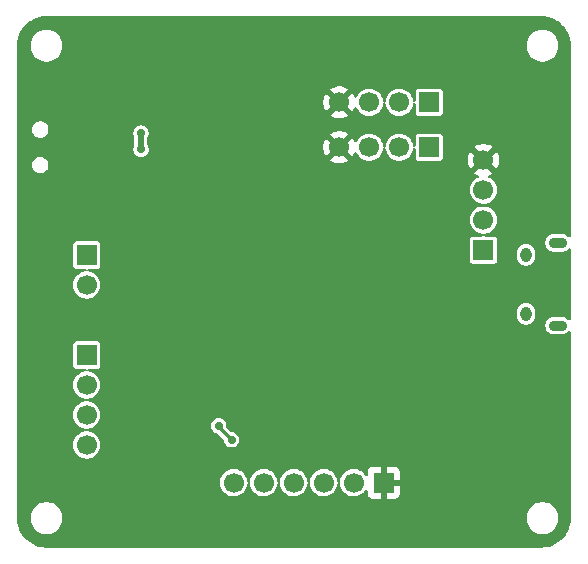
<source format=gbr>
%TF.GenerationSoftware,KiCad,Pcbnew,9.0.4-9.0.4-0~ubuntu22.04.1*%
%TF.CreationDate,2025-09-25T00:01:37-07:00*%
%TF.ProjectId,Tiny_Thinker,54696e79-5f54-4686-996e-6b65722e6b69,rev?*%
%TF.SameCoordinates,Original*%
%TF.FileFunction,Copper,L2,Bot*%
%TF.FilePolarity,Positive*%
%FSLAX46Y46*%
G04 Gerber Fmt 4.6, Leading zero omitted, Abs format (unit mm)*
G04 Created by KiCad (PCBNEW 9.0.4-9.0.4-0~ubuntu22.04.1) date 2025-09-25 00:01:37*
%MOMM*%
%LPD*%
G01*
G04 APERTURE LIST*
%TA.AperFunction,HeatsinkPad*%
%ADD10O,1.550000X0.890000*%
%TD*%
%TA.AperFunction,HeatsinkPad*%
%ADD11O,0.950000X1.250000*%
%TD*%
%TA.AperFunction,ComponentPad*%
%ADD12R,1.700000X1.700000*%
%TD*%
%TA.AperFunction,ComponentPad*%
%ADD13C,1.700000*%
%TD*%
%TA.AperFunction,ViaPad*%
%ADD14C,0.700000*%
%TD*%
%TA.AperFunction,Conductor*%
%ADD15C,0.300000*%
%TD*%
%TA.AperFunction,Conductor*%
%ADD16C,0.500000*%
%TD*%
G04 APERTURE END LIST*
D10*
%TO.P,J1,6,Shield*%
%TO.N,unconnected-(J1-Shield-Pad6)_4*%
X128300000Y-76700000D03*
D11*
%TO.N,unconnected-(J1-Shield-Pad6)_1*%
X125600000Y-77700000D03*
%TO.N,unconnected-(J1-Shield-Pad6)_6*%
X125600000Y-82700000D03*
D10*
%TO.N,unconnected-(J1-Shield-Pad6)_2*%
X128300000Y-83700000D03*
%TD*%
D12*
%TO.P,J5,1,Pin_1*%
%TO.N,GND*%
X113550000Y-97000000D03*
D13*
%TO.P,J5,2,Pin_2*%
%TO.N,/SPI1_MOSI*%
X111010000Y-97000000D03*
%TO.P,J5,3,Pin_3*%
%TO.N,/SPI1_MISO*%
X108470000Y-97000000D03*
%TO.P,J5,4,Pin_4*%
%TO.N,/SPI1_SCK*%
X105930000Y-97000000D03*
%TO.P,J5,5,Pin_5*%
%TO.N,/SPI1_NSS*%
X103390000Y-97000000D03*
%TO.P,J5,6,Pin_6*%
%TO.N,+3.3V*%
X100850000Y-97000000D03*
%TD*%
D12*
%TO.P,J7,1,Pin_1*%
%TO.N,/ADC_1*%
X88400000Y-77725000D03*
D13*
%TO.P,J7,2,Pin_2*%
%TO.N,/ADC_2*%
X88400000Y-80265000D03*
%TD*%
%TO.P,J3,4,Pin_4*%
%TO.N,GND*%
X109790000Y-64800000D03*
%TO.P,J3,3,Pin_3*%
%TO.N,/I2C1_SDA*%
X112330000Y-64800000D03*
%TO.P,J3,2,Pin_2*%
%TO.N,/I2C1_SCL*%
X114870000Y-64800000D03*
D12*
%TO.P,J3,1,Pin_1*%
%TO.N,+3.3V*%
X117410000Y-64800000D03*
%TD*%
%TO.P,J2,1,Pin_1*%
%TO.N,+3.3V*%
X122000000Y-77310000D03*
D13*
%TO.P,J2,2,Pin_2*%
%TO.N,/SWDIO*%
X122000000Y-74770000D03*
%TO.P,J2,3,Pin_3*%
%TO.N,/SWCLK*%
X122000000Y-72230000D03*
%TO.P,J2,4,Pin_4*%
%TO.N,GND*%
X122000000Y-69690000D03*
%TD*%
D12*
%TO.P,J4,1,Pin_1*%
%TO.N,+3.3V*%
X117410000Y-68600000D03*
D13*
%TO.P,J4,2,Pin_2*%
%TO.N,/I2C1_SCL*%
X114870000Y-68600000D03*
%TO.P,J4,3,Pin_3*%
%TO.N,/I2C1_SDA*%
X112330000Y-68600000D03*
%TO.P,J4,4,Pin_4*%
%TO.N,GND*%
X109790000Y-68600000D03*
%TD*%
D12*
%TO.P,J6,1,Pin_1*%
%TO.N,/PWM_1*%
X88400000Y-86190000D03*
D13*
%TO.P,J6,2,Pin_2*%
%TO.N,/PWM_2*%
X88400000Y-88730000D03*
%TO.P,J6,3,Pin_3*%
%TO.N,/PWM_3*%
X88400000Y-91270000D03*
%TO.P,J6,4,Pin_4*%
%TO.N,/PWM_4*%
X88400000Y-93810000D03*
%TD*%
D14*
%TO.N,GND*%
X124200000Y-78900000D03*
X99200000Y-84000000D03*
X97800000Y-80200000D03*
X96900000Y-77200000D03*
%TO.N,+3.3VA*%
X100665686Y-93365686D03*
X99584314Y-92184314D03*
%TO.N,GND*%
X98500000Y-89700000D03*
X98500000Y-88500000D03*
X92100000Y-80200000D03*
X95200000Y-77000000D03*
X106900000Y-72700000D03*
%TO.N,+3.3V*%
X93000000Y-68790000D03*
X93000000Y-67390000D03*
%TO.N,GND*%
X122900000Y-91200000D03*
X122000000Y-91200000D03*
X125300000Y-90000000D03*
X112700000Y-79000000D03*
X105800000Y-78300000D03*
X105258689Y-86612590D03*
X122300000Y-87600000D03*
X122300000Y-86600000D03*
X128600000Y-88200000D03*
X113600000Y-94200000D03*
X107300000Y-64800000D03*
X107500000Y-68600000D03*
X124400000Y-69690000D03*
X87900000Y-65700000D03*
X92700000Y-71900000D03*
X109400000Y-91800000D03*
X111750000Y-86400000D03*
X99900000Y-77720000D03*
%TD*%
D15*
%TO.N,+3.3VA*%
X99584314Y-92284314D02*
X100665686Y-93365686D01*
X99584314Y-92184314D02*
X99584314Y-92284314D01*
D16*
%TO.N,+3.3V*%
X93000000Y-68790000D02*
X93000000Y-67390000D01*
%TD*%
%TA.AperFunction,Conductor*%
%TO.N,GND*%
G36*
X126903736Y-57500726D02*
G01*
X127193796Y-57518271D01*
X127208659Y-57520076D01*
X127490798Y-57571780D01*
X127505335Y-57575363D01*
X127779172Y-57660695D01*
X127793163Y-57666000D01*
X128054743Y-57783727D01*
X128067989Y-57790680D01*
X128313465Y-57939075D01*
X128325776Y-57947573D01*
X128551573Y-58124473D01*
X128562781Y-58134403D01*
X128765596Y-58337218D01*
X128775526Y-58348426D01*
X128895481Y-58501538D01*
X128952422Y-58574217D01*
X128960926Y-58586537D01*
X129019091Y-58682753D01*
X129109316Y-58832004D01*
X129116275Y-58845263D01*
X129233997Y-59106831D01*
X129239306Y-59120832D01*
X129324635Y-59394663D01*
X129328219Y-59409201D01*
X129379923Y-59691340D01*
X129381728Y-59706205D01*
X129399274Y-59996263D01*
X129399500Y-60003750D01*
X129399500Y-76115841D01*
X129379815Y-76182880D01*
X129327011Y-76228635D01*
X129257853Y-76238579D01*
X129194297Y-76209554D01*
X129187819Y-76203522D01*
X129105231Y-76120934D01*
X129105227Y-76120931D01*
X128983133Y-76039350D01*
X128983124Y-76039345D01*
X128847454Y-75983149D01*
X128847446Y-75983147D01*
X128703429Y-75954500D01*
X128703425Y-75954500D01*
X127896575Y-75954500D01*
X127896570Y-75954500D01*
X127752553Y-75983147D01*
X127752545Y-75983149D01*
X127616875Y-76039345D01*
X127616866Y-76039350D01*
X127494772Y-76120931D01*
X127494768Y-76120934D01*
X127390934Y-76224768D01*
X127390931Y-76224772D01*
X127309350Y-76346866D01*
X127309345Y-76346875D01*
X127253149Y-76482545D01*
X127253147Y-76482553D01*
X127224500Y-76626570D01*
X127224500Y-76773429D01*
X127253147Y-76917446D01*
X127253149Y-76917454D01*
X127309345Y-77053124D01*
X127309350Y-77053133D01*
X127390931Y-77175227D01*
X127390934Y-77175231D01*
X127494768Y-77279065D01*
X127494772Y-77279068D01*
X127616866Y-77360649D01*
X127616872Y-77360652D01*
X127616873Y-77360653D01*
X127752546Y-77416851D01*
X127896570Y-77445499D01*
X127896574Y-77445500D01*
X127896575Y-77445500D01*
X128703426Y-77445500D01*
X128703427Y-77445499D01*
X128847454Y-77416851D01*
X128983127Y-77360653D01*
X129105228Y-77279068D01*
X129108983Y-77275313D01*
X129187819Y-77196478D01*
X129249142Y-77162993D01*
X129318834Y-77167977D01*
X129374767Y-77209849D01*
X129399184Y-77275313D01*
X129399500Y-77284159D01*
X129399500Y-83115841D01*
X129379815Y-83182880D01*
X129327011Y-83228635D01*
X129257853Y-83238579D01*
X129194297Y-83209554D01*
X129187819Y-83203522D01*
X129105231Y-83120934D01*
X129105227Y-83120931D01*
X128983133Y-83039350D01*
X128983124Y-83039345D01*
X128847454Y-82983149D01*
X128847446Y-82983147D01*
X128703429Y-82954500D01*
X128703425Y-82954500D01*
X127896575Y-82954500D01*
X127896570Y-82954500D01*
X127752553Y-82983147D01*
X127752545Y-82983149D01*
X127616875Y-83039345D01*
X127616866Y-83039350D01*
X127494772Y-83120931D01*
X127494768Y-83120934D01*
X127390934Y-83224768D01*
X127390931Y-83224772D01*
X127309350Y-83346866D01*
X127309345Y-83346875D01*
X127253149Y-83482545D01*
X127253147Y-83482553D01*
X127224500Y-83626570D01*
X127224500Y-83773429D01*
X127253147Y-83917446D01*
X127253149Y-83917454D01*
X127309345Y-84053124D01*
X127309350Y-84053133D01*
X127390931Y-84175227D01*
X127390934Y-84175231D01*
X127494768Y-84279065D01*
X127494772Y-84279068D01*
X127616866Y-84360649D01*
X127616872Y-84360652D01*
X127616873Y-84360653D01*
X127752546Y-84416851D01*
X127896570Y-84445499D01*
X127896574Y-84445500D01*
X127896575Y-84445500D01*
X128703426Y-84445500D01*
X128703427Y-84445499D01*
X128847454Y-84416851D01*
X128983127Y-84360653D01*
X129105228Y-84279068D01*
X129108983Y-84275313D01*
X129187819Y-84196478D01*
X129249142Y-84162993D01*
X129318834Y-84167977D01*
X129374767Y-84209849D01*
X129399184Y-84275313D01*
X129399500Y-84284159D01*
X129399500Y-99996249D01*
X129399274Y-100003736D01*
X129381728Y-100293794D01*
X129379923Y-100308659D01*
X129328219Y-100590798D01*
X129324635Y-100605336D01*
X129239306Y-100879167D01*
X129233997Y-100893168D01*
X129116275Y-101154736D01*
X129109316Y-101167995D01*
X128960928Y-101413459D01*
X128952422Y-101425782D01*
X128775526Y-101651573D01*
X128765596Y-101662781D01*
X128562781Y-101865596D01*
X128551573Y-101875526D01*
X128325782Y-102052422D01*
X128313459Y-102060928D01*
X128067995Y-102209316D01*
X128054736Y-102216275D01*
X127793168Y-102333997D01*
X127779167Y-102339306D01*
X127505336Y-102424635D01*
X127490798Y-102428219D01*
X127208659Y-102479923D01*
X127193794Y-102481728D01*
X126903736Y-102499274D01*
X126896249Y-102499500D01*
X85003751Y-102499500D01*
X84996264Y-102499274D01*
X84706205Y-102481728D01*
X84691340Y-102479923D01*
X84409201Y-102428219D01*
X84394663Y-102424635D01*
X84120832Y-102339306D01*
X84106831Y-102333997D01*
X83845263Y-102216275D01*
X83832004Y-102209316D01*
X83586540Y-102060928D01*
X83574217Y-102052422D01*
X83348426Y-101875526D01*
X83337218Y-101865596D01*
X83134403Y-101662781D01*
X83124473Y-101651573D01*
X82947573Y-101425776D01*
X82939075Y-101413465D01*
X82790680Y-101167989D01*
X82783727Y-101154743D01*
X82666000Y-100893163D01*
X82660693Y-100879167D01*
X82575364Y-100605336D01*
X82571780Y-100590798D01*
X82520076Y-100308659D01*
X82518271Y-100293794D01*
X82500726Y-100003736D01*
X82500500Y-99996249D01*
X82500500Y-99893713D01*
X83649500Y-99893713D01*
X83649500Y-100106286D01*
X83682753Y-100316239D01*
X83748444Y-100518414D01*
X83844951Y-100707820D01*
X83969890Y-100879786D01*
X84120213Y-101030109D01*
X84292179Y-101155048D01*
X84292181Y-101155049D01*
X84292184Y-101155051D01*
X84481588Y-101251557D01*
X84683757Y-101317246D01*
X84893713Y-101350500D01*
X84893714Y-101350500D01*
X85106286Y-101350500D01*
X85106287Y-101350500D01*
X85316243Y-101317246D01*
X85518412Y-101251557D01*
X85707816Y-101155051D01*
X85729789Y-101139086D01*
X85879786Y-101030109D01*
X85879788Y-101030106D01*
X85879792Y-101030104D01*
X86030104Y-100879792D01*
X86030106Y-100879788D01*
X86030109Y-100879786D01*
X86155048Y-100707820D01*
X86155047Y-100707820D01*
X86155051Y-100707816D01*
X86251557Y-100518412D01*
X86317246Y-100316243D01*
X86350500Y-100106287D01*
X86350500Y-99893713D01*
X125649500Y-99893713D01*
X125649500Y-100106286D01*
X125682753Y-100316239D01*
X125748444Y-100518414D01*
X125844951Y-100707820D01*
X125969890Y-100879786D01*
X126120213Y-101030109D01*
X126292179Y-101155048D01*
X126292181Y-101155049D01*
X126292184Y-101155051D01*
X126481588Y-101251557D01*
X126683757Y-101317246D01*
X126893713Y-101350500D01*
X126893714Y-101350500D01*
X127106286Y-101350500D01*
X127106287Y-101350500D01*
X127316243Y-101317246D01*
X127518412Y-101251557D01*
X127707816Y-101155051D01*
X127729789Y-101139086D01*
X127879786Y-101030109D01*
X127879788Y-101030106D01*
X127879792Y-101030104D01*
X128030104Y-100879792D01*
X128030106Y-100879788D01*
X128030109Y-100879786D01*
X128155048Y-100707820D01*
X128155047Y-100707820D01*
X128155051Y-100707816D01*
X128251557Y-100518412D01*
X128317246Y-100316243D01*
X128350500Y-100106287D01*
X128350500Y-99893713D01*
X128317246Y-99683757D01*
X128251557Y-99481588D01*
X128155051Y-99292184D01*
X128155049Y-99292181D01*
X128155048Y-99292179D01*
X128030109Y-99120213D01*
X127879786Y-98969890D01*
X127707820Y-98844951D01*
X127518414Y-98748444D01*
X127518413Y-98748443D01*
X127518412Y-98748443D01*
X127316243Y-98682754D01*
X127316241Y-98682753D01*
X127316240Y-98682753D01*
X127154957Y-98657208D01*
X127106287Y-98649500D01*
X126893713Y-98649500D01*
X126845042Y-98657208D01*
X126683760Y-98682753D01*
X126481585Y-98748444D01*
X126292179Y-98844951D01*
X126120213Y-98969890D01*
X125969890Y-99120213D01*
X125844951Y-99292179D01*
X125748444Y-99481585D01*
X125682753Y-99683760D01*
X125649500Y-99893713D01*
X86350500Y-99893713D01*
X86317246Y-99683757D01*
X86251557Y-99481588D01*
X86155051Y-99292184D01*
X86155049Y-99292181D01*
X86155048Y-99292179D01*
X86030109Y-99120213D01*
X85879786Y-98969890D01*
X85707820Y-98844951D01*
X85518414Y-98748444D01*
X85518413Y-98748443D01*
X85518412Y-98748443D01*
X85316243Y-98682754D01*
X85316241Y-98682753D01*
X85316240Y-98682753D01*
X85154957Y-98657208D01*
X85106287Y-98649500D01*
X84893713Y-98649500D01*
X84845042Y-98657208D01*
X84683760Y-98682753D01*
X84481585Y-98748444D01*
X84292179Y-98844951D01*
X84120213Y-98969890D01*
X83969890Y-99120213D01*
X83844951Y-99292179D01*
X83748444Y-99481585D01*
X83682753Y-99683760D01*
X83649500Y-99893713D01*
X82500500Y-99893713D01*
X82500500Y-96909448D01*
X99699500Y-96909448D01*
X99699500Y-97090551D01*
X99727829Y-97269410D01*
X99783787Y-97441636D01*
X99783788Y-97441639D01*
X99866006Y-97602997D01*
X99972441Y-97749494D01*
X99972445Y-97749499D01*
X100100500Y-97877554D01*
X100100505Y-97877558D01*
X100128427Y-97897844D01*
X100247006Y-97983996D01*
X100352484Y-98037740D01*
X100408360Y-98066211D01*
X100408363Y-98066212D01*
X100487997Y-98092086D01*
X100580591Y-98122171D01*
X100663429Y-98135291D01*
X100759449Y-98150500D01*
X100759454Y-98150500D01*
X100940551Y-98150500D01*
X101027259Y-98136765D01*
X101119409Y-98122171D01*
X101291639Y-98066211D01*
X101452994Y-97983996D01*
X101599501Y-97877553D01*
X101727553Y-97749501D01*
X101833996Y-97602994D01*
X101916211Y-97441639D01*
X101972171Y-97269409D01*
X101986422Y-97179425D01*
X101997527Y-97109321D01*
X102027456Y-97046186D01*
X102086768Y-97009255D01*
X102156630Y-97010253D01*
X102214863Y-97048863D01*
X102242473Y-97109321D01*
X102267829Y-97269410D01*
X102323787Y-97441636D01*
X102323788Y-97441639D01*
X102406006Y-97602997D01*
X102512441Y-97749494D01*
X102512445Y-97749499D01*
X102640500Y-97877554D01*
X102640505Y-97877558D01*
X102668427Y-97897844D01*
X102787006Y-97983996D01*
X102892484Y-98037740D01*
X102948360Y-98066211D01*
X102948363Y-98066212D01*
X103027997Y-98092086D01*
X103120591Y-98122171D01*
X103203429Y-98135291D01*
X103299449Y-98150500D01*
X103299454Y-98150500D01*
X103480551Y-98150500D01*
X103567259Y-98136765D01*
X103659409Y-98122171D01*
X103831639Y-98066211D01*
X103992994Y-97983996D01*
X104139501Y-97877553D01*
X104267553Y-97749501D01*
X104373996Y-97602994D01*
X104456211Y-97441639D01*
X104512171Y-97269409D01*
X104526422Y-97179425D01*
X104537527Y-97109321D01*
X104567456Y-97046186D01*
X104626768Y-97009255D01*
X104696630Y-97010253D01*
X104754863Y-97048863D01*
X104782473Y-97109321D01*
X104807829Y-97269410D01*
X104863787Y-97441636D01*
X104863788Y-97441639D01*
X104946006Y-97602997D01*
X105052441Y-97749494D01*
X105052445Y-97749499D01*
X105180500Y-97877554D01*
X105180505Y-97877558D01*
X105208427Y-97897844D01*
X105327006Y-97983996D01*
X105432484Y-98037740D01*
X105488360Y-98066211D01*
X105488363Y-98066212D01*
X105567997Y-98092086D01*
X105660591Y-98122171D01*
X105743429Y-98135291D01*
X105839449Y-98150500D01*
X105839454Y-98150500D01*
X106020551Y-98150500D01*
X106107259Y-98136765D01*
X106199409Y-98122171D01*
X106371639Y-98066211D01*
X106532994Y-97983996D01*
X106679501Y-97877553D01*
X106807553Y-97749501D01*
X106913996Y-97602994D01*
X106996211Y-97441639D01*
X107052171Y-97269409D01*
X107066422Y-97179425D01*
X107077527Y-97109321D01*
X107107456Y-97046186D01*
X107166768Y-97009255D01*
X107236630Y-97010253D01*
X107294863Y-97048863D01*
X107322473Y-97109321D01*
X107347829Y-97269410D01*
X107403787Y-97441636D01*
X107403788Y-97441639D01*
X107486006Y-97602997D01*
X107592441Y-97749494D01*
X107592445Y-97749499D01*
X107720500Y-97877554D01*
X107720505Y-97877558D01*
X107748427Y-97897844D01*
X107867006Y-97983996D01*
X107972484Y-98037740D01*
X108028360Y-98066211D01*
X108028363Y-98066212D01*
X108107997Y-98092086D01*
X108200591Y-98122171D01*
X108283429Y-98135291D01*
X108379449Y-98150500D01*
X108379454Y-98150500D01*
X108560551Y-98150500D01*
X108647259Y-98136765D01*
X108739409Y-98122171D01*
X108911639Y-98066211D01*
X109072994Y-97983996D01*
X109219501Y-97877553D01*
X109347553Y-97749501D01*
X109453996Y-97602994D01*
X109536211Y-97441639D01*
X109592171Y-97269409D01*
X109606422Y-97179425D01*
X109617527Y-97109321D01*
X109647456Y-97046186D01*
X109706768Y-97009255D01*
X109776630Y-97010253D01*
X109834863Y-97048863D01*
X109862473Y-97109321D01*
X109887829Y-97269410D01*
X109943787Y-97441636D01*
X109943788Y-97441639D01*
X110026006Y-97602997D01*
X110132441Y-97749494D01*
X110132445Y-97749499D01*
X110260500Y-97877554D01*
X110260505Y-97877558D01*
X110288427Y-97897844D01*
X110407006Y-97983996D01*
X110512484Y-98037740D01*
X110568360Y-98066211D01*
X110568363Y-98066212D01*
X110647997Y-98092086D01*
X110740591Y-98122171D01*
X110823429Y-98135291D01*
X110919449Y-98150500D01*
X110919454Y-98150500D01*
X111100551Y-98150500D01*
X111187259Y-98136765D01*
X111279409Y-98122171D01*
X111451639Y-98066211D01*
X111612994Y-97983996D01*
X111759501Y-97877553D01*
X111887553Y-97749501D01*
X111887555Y-97749497D01*
X111887558Y-97749495D01*
X111975682Y-97628202D01*
X112031011Y-97585536D01*
X112100625Y-97579557D01*
X112162420Y-97612162D01*
X112196777Y-97673001D01*
X112200000Y-97701087D01*
X112200000Y-97897844D01*
X112206401Y-97957372D01*
X112206403Y-97957379D01*
X112256645Y-98092086D01*
X112256649Y-98092093D01*
X112342809Y-98207187D01*
X112342812Y-98207190D01*
X112457906Y-98293350D01*
X112457913Y-98293354D01*
X112592620Y-98343596D01*
X112592627Y-98343598D01*
X112652155Y-98349999D01*
X112652172Y-98350000D01*
X113300000Y-98350000D01*
X113300000Y-97433012D01*
X113357007Y-97465925D01*
X113484174Y-97500000D01*
X113615826Y-97500000D01*
X113742993Y-97465925D01*
X113800000Y-97433012D01*
X113800000Y-98350000D01*
X114447828Y-98350000D01*
X114447844Y-98349999D01*
X114507372Y-98343598D01*
X114507379Y-98343596D01*
X114642086Y-98293354D01*
X114642093Y-98293350D01*
X114757187Y-98207190D01*
X114757190Y-98207187D01*
X114843350Y-98092093D01*
X114843354Y-98092086D01*
X114893596Y-97957379D01*
X114893598Y-97957372D01*
X114899999Y-97897844D01*
X114900000Y-97897827D01*
X114900000Y-97250000D01*
X113983012Y-97250000D01*
X114015925Y-97192993D01*
X114050000Y-97065826D01*
X114050000Y-96934174D01*
X114015925Y-96807007D01*
X113983012Y-96750000D01*
X114900000Y-96750000D01*
X114900000Y-96102172D01*
X114899999Y-96102155D01*
X114893598Y-96042627D01*
X114893596Y-96042620D01*
X114843354Y-95907913D01*
X114843350Y-95907906D01*
X114757190Y-95792812D01*
X114757187Y-95792809D01*
X114642093Y-95706649D01*
X114642086Y-95706645D01*
X114507379Y-95656403D01*
X114507372Y-95656401D01*
X114447844Y-95650000D01*
X113800000Y-95650000D01*
X113800000Y-96566988D01*
X113742993Y-96534075D01*
X113615826Y-96500000D01*
X113484174Y-96500000D01*
X113357007Y-96534075D01*
X113300000Y-96566988D01*
X113300000Y-95650000D01*
X112652155Y-95650000D01*
X112592627Y-95656401D01*
X112592620Y-95656403D01*
X112457913Y-95706645D01*
X112457906Y-95706649D01*
X112342812Y-95792809D01*
X112342809Y-95792812D01*
X112256649Y-95907906D01*
X112256645Y-95907913D01*
X112206403Y-96042620D01*
X112206401Y-96042627D01*
X112200000Y-96102155D01*
X112200000Y-96298912D01*
X112180315Y-96365951D01*
X112127511Y-96411706D01*
X112058353Y-96421650D01*
X111994797Y-96392625D01*
X111975682Y-96371797D01*
X111887558Y-96250505D01*
X111887554Y-96250500D01*
X111759499Y-96122445D01*
X111759494Y-96122441D01*
X111612997Y-96016006D01*
X111612996Y-96016005D01*
X111612994Y-96016004D01*
X111561300Y-95989664D01*
X111451639Y-95933788D01*
X111451636Y-95933787D01*
X111279410Y-95877829D01*
X111100551Y-95849500D01*
X111100546Y-95849500D01*
X110919454Y-95849500D01*
X110919449Y-95849500D01*
X110740589Y-95877829D01*
X110568363Y-95933787D01*
X110568360Y-95933788D01*
X110407002Y-96016006D01*
X110260505Y-96122441D01*
X110260500Y-96122445D01*
X110132445Y-96250500D01*
X110132441Y-96250505D01*
X110026006Y-96397002D01*
X109943788Y-96558360D01*
X109943787Y-96558363D01*
X109887829Y-96730589D01*
X109862473Y-96890678D01*
X109832544Y-96953813D01*
X109773232Y-96990744D01*
X109703369Y-96989746D01*
X109645137Y-96951136D01*
X109617527Y-96890678D01*
X109595245Y-96750000D01*
X109592171Y-96730591D01*
X109536211Y-96558361D01*
X109536211Y-96558360D01*
X109506474Y-96500000D01*
X109453996Y-96397006D01*
X109382727Y-96298912D01*
X109347558Y-96250505D01*
X109347554Y-96250500D01*
X109219499Y-96122445D01*
X109219494Y-96122441D01*
X109072997Y-96016006D01*
X109072996Y-96016005D01*
X109072994Y-96016004D01*
X109021300Y-95989664D01*
X108911639Y-95933788D01*
X108911636Y-95933787D01*
X108739410Y-95877829D01*
X108560551Y-95849500D01*
X108560546Y-95849500D01*
X108379454Y-95849500D01*
X108379449Y-95849500D01*
X108200589Y-95877829D01*
X108028363Y-95933787D01*
X108028360Y-95933788D01*
X107867002Y-96016006D01*
X107720505Y-96122441D01*
X107720500Y-96122445D01*
X107592445Y-96250500D01*
X107592441Y-96250505D01*
X107486006Y-96397002D01*
X107403788Y-96558360D01*
X107403787Y-96558363D01*
X107347829Y-96730589D01*
X107322473Y-96890678D01*
X107292544Y-96953813D01*
X107233232Y-96990744D01*
X107163369Y-96989746D01*
X107105137Y-96951136D01*
X107077527Y-96890678D01*
X107055245Y-96750000D01*
X107052171Y-96730591D01*
X106996211Y-96558361D01*
X106996211Y-96558360D01*
X106966474Y-96500000D01*
X106913996Y-96397006D01*
X106842727Y-96298912D01*
X106807558Y-96250505D01*
X106807554Y-96250500D01*
X106679499Y-96122445D01*
X106679494Y-96122441D01*
X106532997Y-96016006D01*
X106532996Y-96016005D01*
X106532994Y-96016004D01*
X106481300Y-95989664D01*
X106371639Y-95933788D01*
X106371636Y-95933787D01*
X106199410Y-95877829D01*
X106020551Y-95849500D01*
X106020546Y-95849500D01*
X105839454Y-95849500D01*
X105839449Y-95849500D01*
X105660589Y-95877829D01*
X105488363Y-95933787D01*
X105488360Y-95933788D01*
X105327002Y-96016006D01*
X105180505Y-96122441D01*
X105180500Y-96122445D01*
X105052445Y-96250500D01*
X105052441Y-96250505D01*
X104946006Y-96397002D01*
X104863788Y-96558360D01*
X104863787Y-96558363D01*
X104807829Y-96730589D01*
X104782473Y-96890678D01*
X104752544Y-96953813D01*
X104693232Y-96990744D01*
X104623369Y-96989746D01*
X104565137Y-96951136D01*
X104537527Y-96890678D01*
X104515245Y-96750000D01*
X104512171Y-96730591D01*
X104456211Y-96558361D01*
X104456211Y-96558360D01*
X104426474Y-96500000D01*
X104373996Y-96397006D01*
X104302727Y-96298912D01*
X104267558Y-96250505D01*
X104267554Y-96250500D01*
X104139499Y-96122445D01*
X104139494Y-96122441D01*
X103992997Y-96016006D01*
X103992996Y-96016005D01*
X103992994Y-96016004D01*
X103941300Y-95989664D01*
X103831639Y-95933788D01*
X103831636Y-95933787D01*
X103659410Y-95877829D01*
X103480551Y-95849500D01*
X103480546Y-95849500D01*
X103299454Y-95849500D01*
X103299449Y-95849500D01*
X103120589Y-95877829D01*
X102948363Y-95933787D01*
X102948360Y-95933788D01*
X102787002Y-96016006D01*
X102640505Y-96122441D01*
X102640500Y-96122445D01*
X102512445Y-96250500D01*
X102512441Y-96250505D01*
X102406006Y-96397002D01*
X102323788Y-96558360D01*
X102323787Y-96558363D01*
X102267829Y-96730589D01*
X102242473Y-96890678D01*
X102212544Y-96953813D01*
X102153232Y-96990744D01*
X102083369Y-96989746D01*
X102025137Y-96951136D01*
X101997527Y-96890678D01*
X101975245Y-96750000D01*
X101972171Y-96730591D01*
X101916211Y-96558361D01*
X101916211Y-96558360D01*
X101886474Y-96500000D01*
X101833996Y-96397006D01*
X101762727Y-96298912D01*
X101727558Y-96250505D01*
X101727554Y-96250500D01*
X101599499Y-96122445D01*
X101599494Y-96122441D01*
X101452997Y-96016006D01*
X101452996Y-96016005D01*
X101452994Y-96016004D01*
X101401300Y-95989664D01*
X101291639Y-95933788D01*
X101291636Y-95933787D01*
X101119410Y-95877829D01*
X100940551Y-95849500D01*
X100940546Y-95849500D01*
X100759454Y-95849500D01*
X100759449Y-95849500D01*
X100580589Y-95877829D01*
X100408363Y-95933787D01*
X100408360Y-95933788D01*
X100247002Y-96016006D01*
X100100505Y-96122441D01*
X100100500Y-96122445D01*
X99972445Y-96250500D01*
X99972441Y-96250505D01*
X99866006Y-96397002D01*
X99783788Y-96558360D01*
X99783787Y-96558363D01*
X99727829Y-96730589D01*
X99699500Y-96909448D01*
X82500500Y-96909448D01*
X82500500Y-85295131D01*
X87249500Y-85295131D01*
X87249500Y-87084856D01*
X87249502Y-87084882D01*
X87252413Y-87109987D01*
X87252415Y-87109991D01*
X87297793Y-87212764D01*
X87297794Y-87212765D01*
X87377235Y-87292206D01*
X87480009Y-87337585D01*
X87505135Y-87340500D01*
X88242873Y-87340499D01*
X88309910Y-87360183D01*
X88355665Y-87412987D01*
X88365609Y-87482146D01*
X88336584Y-87545702D01*
X88277806Y-87583476D01*
X88262270Y-87586972D01*
X88130589Y-87607829D01*
X87958363Y-87663787D01*
X87958360Y-87663788D01*
X87797002Y-87746006D01*
X87650505Y-87852441D01*
X87650500Y-87852445D01*
X87522445Y-87980500D01*
X87522441Y-87980505D01*
X87416006Y-88127002D01*
X87333788Y-88288360D01*
X87333787Y-88288363D01*
X87277829Y-88460589D01*
X87249500Y-88639448D01*
X87249500Y-88820551D01*
X87277829Y-88999410D01*
X87333787Y-89171636D01*
X87333788Y-89171639D01*
X87416006Y-89332997D01*
X87522441Y-89479494D01*
X87522445Y-89479499D01*
X87650500Y-89607554D01*
X87650505Y-89607558D01*
X87778287Y-89700396D01*
X87797006Y-89713996D01*
X87902484Y-89767740D01*
X87958360Y-89796211D01*
X87958363Y-89796212D01*
X88044476Y-89824191D01*
X88130591Y-89852171D01*
X88203639Y-89863740D01*
X88290678Y-89877527D01*
X88353813Y-89907456D01*
X88390744Y-89966768D01*
X88389746Y-90036631D01*
X88351136Y-90094863D01*
X88290678Y-90122473D01*
X88130589Y-90147829D01*
X87958363Y-90203787D01*
X87958360Y-90203788D01*
X87797002Y-90286006D01*
X87650505Y-90392441D01*
X87650500Y-90392445D01*
X87522445Y-90520500D01*
X87522441Y-90520505D01*
X87416006Y-90667002D01*
X87333788Y-90828360D01*
X87333787Y-90828363D01*
X87277829Y-91000589D01*
X87249500Y-91179448D01*
X87249500Y-91360551D01*
X87277829Y-91539410D01*
X87333787Y-91711636D01*
X87333788Y-91711639D01*
X87416006Y-91872997D01*
X87522441Y-92019494D01*
X87522445Y-92019499D01*
X87650500Y-92147554D01*
X87650505Y-92147558D01*
X87778287Y-92240396D01*
X87797006Y-92253996D01*
X87902484Y-92307740D01*
X87958360Y-92336211D01*
X87958363Y-92336212D01*
X88044476Y-92364191D01*
X88130591Y-92392171D01*
X88203639Y-92403740D01*
X88290678Y-92417527D01*
X88353813Y-92447456D01*
X88390744Y-92506768D01*
X88389746Y-92576631D01*
X88351136Y-92634863D01*
X88290678Y-92662473D01*
X88130589Y-92687829D01*
X87958363Y-92743787D01*
X87958360Y-92743788D01*
X87797002Y-92826006D01*
X87650505Y-92932441D01*
X87650500Y-92932445D01*
X87522445Y-93060500D01*
X87522441Y-93060505D01*
X87416006Y-93207002D01*
X87333788Y-93368360D01*
X87333787Y-93368363D01*
X87277829Y-93540589D01*
X87249500Y-93719448D01*
X87249500Y-93900551D01*
X87277829Y-94079410D01*
X87333787Y-94251636D01*
X87333788Y-94251639D01*
X87416006Y-94412997D01*
X87522441Y-94559494D01*
X87522445Y-94559499D01*
X87650500Y-94687554D01*
X87650505Y-94687558D01*
X87778287Y-94780396D01*
X87797006Y-94793996D01*
X87902484Y-94847740D01*
X87958360Y-94876211D01*
X87958363Y-94876212D01*
X88044476Y-94904191D01*
X88130591Y-94932171D01*
X88213429Y-94945291D01*
X88309449Y-94960500D01*
X88309454Y-94960500D01*
X88490551Y-94960500D01*
X88577259Y-94946765D01*
X88669409Y-94932171D01*
X88841639Y-94876211D01*
X89002994Y-94793996D01*
X89149501Y-94687553D01*
X89277553Y-94559501D01*
X89383996Y-94412994D01*
X89466211Y-94251639D01*
X89522171Y-94079409D01*
X89536765Y-93987259D01*
X89550500Y-93900551D01*
X89550500Y-93719448D01*
X89524520Y-93555424D01*
X89522171Y-93540591D01*
X89494191Y-93454476D01*
X89466212Y-93368363D01*
X89466211Y-93368360D01*
X89432201Y-93301614D01*
X89383996Y-93207006D01*
X89361426Y-93175941D01*
X89277558Y-93060505D01*
X89277554Y-93060500D01*
X89149499Y-92932445D01*
X89149494Y-92932441D01*
X89002997Y-92826006D01*
X89002996Y-92826005D01*
X89002994Y-92826004D01*
X88930800Y-92789219D01*
X88841639Y-92743788D01*
X88841636Y-92743787D01*
X88669410Y-92687829D01*
X88509321Y-92662473D01*
X88446186Y-92632544D01*
X88409255Y-92573232D01*
X88410253Y-92503370D01*
X88448863Y-92445137D01*
X88509321Y-92417527D01*
X88579425Y-92406422D01*
X88669409Y-92392171D01*
X88841639Y-92336211D01*
X89002994Y-92253996D01*
X89010717Y-92248385D01*
X98933813Y-92248385D01*
X98958811Y-92374052D01*
X98958813Y-92374058D01*
X99007847Y-92492438D01*
X99007852Y-92492447D01*
X99079037Y-92598982D01*
X99079040Y-92598986D01*
X99169641Y-92689587D01*
X99169645Y-92689590D01*
X99276180Y-92760775D01*
X99276186Y-92760778D01*
X99276187Y-92760779D01*
X99394570Y-92809815D01*
X99455224Y-92821880D01*
X99517132Y-92854263D01*
X99518712Y-92855815D01*
X99978867Y-93315970D01*
X100012352Y-93377293D01*
X100015186Y-93403651D01*
X100015186Y-93429755D01*
X100015186Y-93429757D01*
X100015185Y-93429757D01*
X100040183Y-93555424D01*
X100040185Y-93555430D01*
X100089219Y-93673810D01*
X100089224Y-93673819D01*
X100160409Y-93780354D01*
X100160412Y-93780358D01*
X100251013Y-93870959D01*
X100251017Y-93870962D01*
X100357552Y-93942147D01*
X100357558Y-93942150D01*
X100357559Y-93942151D01*
X100475942Y-93991187D01*
X100475946Y-93991187D01*
X100475947Y-93991188D01*
X100601614Y-94016186D01*
X100601617Y-94016186D01*
X100729757Y-94016186D01*
X100814301Y-93999368D01*
X100855430Y-93991187D01*
X100973813Y-93942151D01*
X101080355Y-93870962D01*
X101170962Y-93780355D01*
X101242151Y-93673813D01*
X101291187Y-93555430D01*
X101316186Y-93429755D01*
X101316186Y-93301617D01*
X101316186Y-93301614D01*
X101291188Y-93175947D01*
X101291187Y-93175946D01*
X101291187Y-93175942D01*
X101242151Y-93057559D01*
X101242150Y-93057558D01*
X101242147Y-93057552D01*
X101170962Y-92951017D01*
X101170959Y-92951013D01*
X101080358Y-92860412D01*
X101080354Y-92860409D01*
X100973819Y-92789224D01*
X100973810Y-92789219D01*
X100855430Y-92740185D01*
X100855424Y-92740183D01*
X100729757Y-92715186D01*
X100729755Y-92715186D01*
X100703651Y-92715186D01*
X100636612Y-92695501D01*
X100615970Y-92678867D01*
X100271133Y-92334030D01*
X100237648Y-92272707D01*
X100234814Y-92246349D01*
X100234814Y-92120242D01*
X100209816Y-91994575D01*
X100209815Y-91994574D01*
X100209815Y-91994570D01*
X100160779Y-91876187D01*
X100160778Y-91876186D01*
X100160775Y-91876180D01*
X100089590Y-91769645D01*
X100089587Y-91769641D01*
X99998986Y-91679040D01*
X99998982Y-91679037D01*
X99892447Y-91607852D01*
X99892438Y-91607847D01*
X99774058Y-91558813D01*
X99774052Y-91558811D01*
X99648385Y-91533814D01*
X99648383Y-91533814D01*
X99520245Y-91533814D01*
X99520243Y-91533814D01*
X99394575Y-91558811D01*
X99394569Y-91558813D01*
X99276189Y-91607847D01*
X99276180Y-91607852D01*
X99169645Y-91679037D01*
X99169641Y-91679040D01*
X99079040Y-91769641D01*
X99079037Y-91769645D01*
X99007852Y-91876180D01*
X99007847Y-91876189D01*
X98958813Y-91994569D01*
X98958811Y-91994575D01*
X98933814Y-92120242D01*
X98933814Y-92120245D01*
X98933814Y-92248383D01*
X98933814Y-92248385D01*
X98933813Y-92248385D01*
X89010717Y-92248385D01*
X89149501Y-92147553D01*
X89277553Y-92019501D01*
X89383996Y-91872994D01*
X89466211Y-91711639D01*
X89522171Y-91539409D01*
X89536765Y-91447259D01*
X89550500Y-91360551D01*
X89550500Y-91179448D01*
X89534019Y-91075397D01*
X89522171Y-91000591D01*
X89466211Y-90828361D01*
X89466211Y-90828360D01*
X89437740Y-90772484D01*
X89383996Y-90667006D01*
X89370396Y-90648287D01*
X89277558Y-90520505D01*
X89277554Y-90520500D01*
X89149499Y-90392445D01*
X89149494Y-90392441D01*
X89002997Y-90286006D01*
X89002996Y-90286005D01*
X89002994Y-90286004D01*
X88951300Y-90259664D01*
X88841639Y-90203788D01*
X88841636Y-90203787D01*
X88669410Y-90147829D01*
X88509321Y-90122473D01*
X88446186Y-90092544D01*
X88409255Y-90033232D01*
X88410253Y-89963370D01*
X88448863Y-89905137D01*
X88509321Y-89877527D01*
X88579425Y-89866422D01*
X88669409Y-89852171D01*
X88841639Y-89796211D01*
X89002994Y-89713996D01*
X89149501Y-89607553D01*
X89277553Y-89479501D01*
X89383996Y-89332994D01*
X89466211Y-89171639D01*
X89522171Y-88999409D01*
X89536765Y-88907259D01*
X89550500Y-88820551D01*
X89550500Y-88639448D01*
X89534019Y-88535397D01*
X89522171Y-88460591D01*
X89466211Y-88288361D01*
X89466211Y-88288360D01*
X89437740Y-88232484D01*
X89383996Y-88127006D01*
X89370396Y-88108287D01*
X89277558Y-87980505D01*
X89277554Y-87980500D01*
X89149499Y-87852445D01*
X89149494Y-87852441D01*
X89002997Y-87746006D01*
X89002996Y-87746005D01*
X89002994Y-87746004D01*
X88951300Y-87719664D01*
X88841639Y-87663788D01*
X88841636Y-87663787D01*
X88669410Y-87607829D01*
X88537728Y-87586972D01*
X88474594Y-87557042D01*
X88437663Y-87497731D01*
X88438661Y-87427868D01*
X88477271Y-87369636D01*
X88541235Y-87341522D01*
X88557120Y-87340499D01*
X89294864Y-87340499D01*
X89294879Y-87340497D01*
X89294882Y-87340497D01*
X89319987Y-87337586D01*
X89319988Y-87337585D01*
X89319991Y-87337585D01*
X89422765Y-87292206D01*
X89502206Y-87212765D01*
X89547585Y-87109991D01*
X89550500Y-87084865D01*
X89550499Y-85295136D01*
X89550497Y-85295117D01*
X89547586Y-85270012D01*
X89547585Y-85270010D01*
X89547585Y-85270009D01*
X89502206Y-85167235D01*
X89422765Y-85087794D01*
X89422763Y-85087793D01*
X89319992Y-85042415D01*
X89294865Y-85039500D01*
X87505143Y-85039500D01*
X87505117Y-85039502D01*
X87480012Y-85042413D01*
X87480008Y-85042415D01*
X87377235Y-85087793D01*
X87297794Y-85167234D01*
X87252415Y-85270006D01*
X87252415Y-85270008D01*
X87249500Y-85295131D01*
X82500500Y-85295131D01*
X82500500Y-82473615D01*
X124824500Y-82473615D01*
X124824500Y-82926384D01*
X124854300Y-83076197D01*
X124854302Y-83076205D01*
X124912759Y-83217334D01*
X124912764Y-83217343D01*
X124997629Y-83344351D01*
X124997632Y-83344355D01*
X125105644Y-83452367D01*
X125105648Y-83452370D01*
X125232656Y-83537235D01*
X125232662Y-83537238D01*
X125232663Y-83537239D01*
X125373795Y-83595698D01*
X125523615Y-83625499D01*
X125523619Y-83625500D01*
X125523620Y-83625500D01*
X125676381Y-83625500D01*
X125676382Y-83625499D01*
X125826205Y-83595698D01*
X125967337Y-83537239D01*
X126094352Y-83452370D01*
X126202370Y-83344352D01*
X126287239Y-83217337D01*
X126345698Y-83076205D01*
X126375500Y-82926380D01*
X126375500Y-82473620D01*
X126345698Y-82323795D01*
X126287239Y-82182663D01*
X126287238Y-82182662D01*
X126287235Y-82182656D01*
X126202370Y-82055648D01*
X126202367Y-82055644D01*
X126094355Y-81947632D01*
X126094351Y-81947629D01*
X125967343Y-81862764D01*
X125967334Y-81862759D01*
X125826205Y-81804302D01*
X125826197Y-81804300D01*
X125676384Y-81774500D01*
X125676380Y-81774500D01*
X125523620Y-81774500D01*
X125523615Y-81774500D01*
X125373802Y-81804300D01*
X125373794Y-81804302D01*
X125232665Y-81862759D01*
X125232656Y-81862764D01*
X125105648Y-81947629D01*
X125105644Y-81947632D01*
X124997632Y-82055644D01*
X124997629Y-82055648D01*
X124912764Y-82182656D01*
X124912759Y-82182665D01*
X124854302Y-82323794D01*
X124854300Y-82323802D01*
X124824500Y-82473615D01*
X82500500Y-82473615D01*
X82500500Y-76830131D01*
X87249500Y-76830131D01*
X87249500Y-78619856D01*
X87249502Y-78619882D01*
X87252413Y-78644987D01*
X87252415Y-78644991D01*
X87297793Y-78747764D01*
X87297794Y-78747765D01*
X87377235Y-78827206D01*
X87480009Y-78872585D01*
X87505135Y-78875500D01*
X88242873Y-78875499D01*
X88309910Y-78895183D01*
X88355665Y-78947987D01*
X88365609Y-79017146D01*
X88336584Y-79080702D01*
X88277806Y-79118476D01*
X88262270Y-79121972D01*
X88130589Y-79142829D01*
X87958363Y-79198787D01*
X87958360Y-79198788D01*
X87797002Y-79281006D01*
X87650505Y-79387441D01*
X87650500Y-79387445D01*
X87522445Y-79515500D01*
X87522441Y-79515505D01*
X87416006Y-79662002D01*
X87333788Y-79823360D01*
X87333787Y-79823363D01*
X87277829Y-79995589D01*
X87249500Y-80174448D01*
X87249500Y-80355551D01*
X87277829Y-80534410D01*
X87333787Y-80706636D01*
X87333788Y-80706639D01*
X87416006Y-80867997D01*
X87522441Y-81014494D01*
X87522445Y-81014499D01*
X87650500Y-81142554D01*
X87650505Y-81142558D01*
X87778287Y-81235396D01*
X87797006Y-81248996D01*
X87902484Y-81302740D01*
X87958360Y-81331211D01*
X87958363Y-81331212D01*
X88044476Y-81359191D01*
X88130591Y-81387171D01*
X88213429Y-81400291D01*
X88309449Y-81415500D01*
X88309454Y-81415500D01*
X88490551Y-81415500D01*
X88577259Y-81401765D01*
X88669409Y-81387171D01*
X88841639Y-81331211D01*
X89002994Y-81248996D01*
X89149501Y-81142553D01*
X89277553Y-81014501D01*
X89383996Y-80867994D01*
X89466211Y-80706639D01*
X89522171Y-80534409D01*
X89536765Y-80442259D01*
X89550500Y-80355551D01*
X89550500Y-80174448D01*
X89534019Y-80070397D01*
X89522171Y-79995591D01*
X89466211Y-79823361D01*
X89466211Y-79823360D01*
X89437740Y-79767484D01*
X89383996Y-79662006D01*
X89370396Y-79643287D01*
X89277558Y-79515505D01*
X89277554Y-79515500D01*
X89149499Y-79387445D01*
X89149494Y-79387441D01*
X89002997Y-79281006D01*
X89002996Y-79281005D01*
X89002994Y-79281004D01*
X88951300Y-79254664D01*
X88841639Y-79198788D01*
X88841636Y-79198787D01*
X88669410Y-79142829D01*
X88537728Y-79121972D01*
X88474594Y-79092042D01*
X88437663Y-79032731D01*
X88438661Y-78962868D01*
X88477271Y-78904636D01*
X88541235Y-78876522D01*
X88557120Y-78875499D01*
X89294864Y-78875499D01*
X89294879Y-78875497D01*
X89294882Y-78875497D01*
X89319987Y-78872586D01*
X89319988Y-78872585D01*
X89319991Y-78872585D01*
X89422765Y-78827206D01*
X89502206Y-78747765D01*
X89547585Y-78644991D01*
X89550500Y-78619865D01*
X89550499Y-76830136D01*
X89550497Y-76830117D01*
X89547586Y-76805012D01*
X89547585Y-76805010D01*
X89547585Y-76805009D01*
X89502206Y-76702235D01*
X89422765Y-76622794D01*
X89422763Y-76622793D01*
X89319992Y-76577415D01*
X89294865Y-76574500D01*
X87505143Y-76574500D01*
X87505117Y-76574502D01*
X87480012Y-76577413D01*
X87480008Y-76577415D01*
X87377235Y-76622793D01*
X87297794Y-76702234D01*
X87252415Y-76805006D01*
X87252415Y-76805008D01*
X87249500Y-76830131D01*
X82500500Y-76830131D01*
X82500500Y-70168995D01*
X83769499Y-70168995D01*
X83796418Y-70304322D01*
X83796421Y-70304332D01*
X83849221Y-70431804D01*
X83849228Y-70431817D01*
X83925885Y-70546541D01*
X83925888Y-70546545D01*
X84023454Y-70644111D01*
X84023458Y-70644114D01*
X84138182Y-70720771D01*
X84138195Y-70720778D01*
X84265667Y-70773578D01*
X84265672Y-70773580D01*
X84265676Y-70773580D01*
X84265677Y-70773581D01*
X84401004Y-70800500D01*
X84401007Y-70800500D01*
X84538995Y-70800500D01*
X84630041Y-70782389D01*
X84674328Y-70773580D01*
X84801811Y-70720775D01*
X84916542Y-70644114D01*
X85014114Y-70546542D01*
X85090775Y-70431811D01*
X85143580Y-70304328D01*
X85162698Y-70208217D01*
X85170500Y-70168995D01*
X85170500Y-70031004D01*
X85143581Y-69895677D01*
X85143580Y-69895676D01*
X85143580Y-69895672D01*
X85102397Y-69796246D01*
X85090778Y-69768195D01*
X85090776Y-69768191D01*
X85090775Y-69768189D01*
X85078954Y-69750497D01*
X85069870Y-69736902D01*
X85014114Y-69653458D01*
X85014111Y-69653454D01*
X84916545Y-69555888D01*
X84916541Y-69555885D01*
X84801817Y-69479228D01*
X84801804Y-69479221D01*
X84674332Y-69426421D01*
X84674322Y-69426418D01*
X84538995Y-69399500D01*
X84538993Y-69399500D01*
X84401007Y-69399500D01*
X84401005Y-69399500D01*
X84265677Y-69426418D01*
X84265667Y-69426421D01*
X84138195Y-69479221D01*
X84138182Y-69479228D01*
X84023458Y-69555885D01*
X84023454Y-69555888D01*
X83925888Y-69653454D01*
X83925885Y-69653458D01*
X83849228Y-69768182D01*
X83849221Y-69768195D01*
X83796421Y-69895667D01*
X83796418Y-69895677D01*
X83769500Y-70031004D01*
X83769500Y-70031007D01*
X83769500Y-70168993D01*
X83769500Y-70168995D01*
X83769499Y-70168995D01*
X82500500Y-70168995D01*
X82500500Y-67168995D01*
X83769499Y-67168995D01*
X83796418Y-67304322D01*
X83796421Y-67304332D01*
X83849221Y-67431804D01*
X83849228Y-67431817D01*
X83925885Y-67546541D01*
X83925888Y-67546545D01*
X84023454Y-67644111D01*
X84023458Y-67644114D01*
X84138182Y-67720771D01*
X84138195Y-67720778D01*
X84262782Y-67772383D01*
X84265672Y-67773580D01*
X84265676Y-67773580D01*
X84265677Y-67773581D01*
X84401004Y-67800500D01*
X84401007Y-67800500D01*
X84538995Y-67800500D01*
X84630041Y-67782389D01*
X84674328Y-67773580D01*
X84772924Y-67732740D01*
X84801804Y-67720778D01*
X84801804Y-67720777D01*
X84801811Y-67720775D01*
X84916542Y-67644114D01*
X85014114Y-67546542D01*
X85075901Y-67454071D01*
X92349499Y-67454071D01*
X92374497Y-67579738D01*
X92374499Y-67579744D01*
X92423533Y-67698124D01*
X92423534Y-67698126D01*
X92423535Y-67698127D01*
X92428600Y-67705708D01*
X92449480Y-67772383D01*
X92449500Y-67774600D01*
X92449500Y-68405398D01*
X92429815Y-68472437D01*
X92428604Y-68474286D01*
X92423534Y-68481872D01*
X92374499Y-68600255D01*
X92374497Y-68600261D01*
X92349500Y-68725928D01*
X92349500Y-68725931D01*
X92349500Y-68854069D01*
X92349500Y-68854071D01*
X92349499Y-68854071D01*
X92374497Y-68979738D01*
X92374499Y-68979744D01*
X92423533Y-69098124D01*
X92423538Y-69098133D01*
X92494723Y-69204668D01*
X92494726Y-69204672D01*
X92585327Y-69295273D01*
X92585331Y-69295276D01*
X92691866Y-69366461D01*
X92691872Y-69366464D01*
X92691873Y-69366465D01*
X92810256Y-69415501D01*
X92810260Y-69415501D01*
X92810261Y-69415502D01*
X92935928Y-69440500D01*
X92935931Y-69440500D01*
X93064071Y-69440500D01*
X93148615Y-69423682D01*
X93189744Y-69415501D01*
X93308127Y-69366465D01*
X93414669Y-69295276D01*
X93505276Y-69204669D01*
X93576465Y-69098127D01*
X93625501Y-68979744D01*
X93639970Y-68907007D01*
X93650500Y-68854071D01*
X93650500Y-68725928D01*
X93625502Y-68600261D01*
X93625501Y-68600260D01*
X93625501Y-68600256D01*
X93581386Y-68493753D01*
X108440000Y-68493753D01*
X108440000Y-68706246D01*
X108473242Y-68916127D01*
X108473242Y-68916130D01*
X108538904Y-69118217D01*
X108635375Y-69307550D01*
X108674728Y-69361716D01*
X109307037Y-68729408D01*
X109324075Y-68792993D01*
X109389901Y-68907007D01*
X109482993Y-69000099D01*
X109597007Y-69065925D01*
X109660590Y-69082962D01*
X109028282Y-69715269D01*
X109028282Y-69715270D01*
X109082449Y-69754624D01*
X109271782Y-69851095D01*
X109473870Y-69916757D01*
X109683754Y-69950000D01*
X109896246Y-69950000D01*
X110106127Y-69916757D01*
X110106130Y-69916757D01*
X110308217Y-69851095D01*
X110497554Y-69754622D01*
X110551716Y-69715270D01*
X110551717Y-69715270D01*
X109919408Y-69082962D01*
X109982993Y-69065925D01*
X110097007Y-69000099D01*
X110190099Y-68907007D01*
X110255925Y-68792993D01*
X110272962Y-68729409D01*
X110905270Y-69361717D01*
X110905270Y-69361716D01*
X110944622Y-69307554D01*
X111041095Y-69118217D01*
X111050492Y-69089295D01*
X111089928Y-69031618D01*
X111154286Y-69004419D01*
X111223133Y-69016331D01*
X111274610Y-69063574D01*
X111278908Y-69071314D01*
X111346004Y-69202995D01*
X111452441Y-69349494D01*
X111452445Y-69349499D01*
X111580500Y-69477554D01*
X111580505Y-69477558D01*
X111651028Y-69528795D01*
X111727006Y-69583996D01*
X111832484Y-69637740D01*
X111888360Y-69666211D01*
X111888363Y-69666212D01*
X111961574Y-69689999D01*
X112060591Y-69722171D01*
X112143429Y-69735291D01*
X112239449Y-69750500D01*
X112239454Y-69750500D01*
X112420551Y-69750500D01*
X112507259Y-69736765D01*
X112599409Y-69722171D01*
X112771639Y-69666211D01*
X112932994Y-69583996D01*
X113079501Y-69477553D01*
X113207553Y-69349501D01*
X113313996Y-69202994D01*
X113396211Y-69041639D01*
X113452171Y-68869409D01*
X113474896Y-68725931D01*
X113477527Y-68709321D01*
X113507456Y-68646186D01*
X113566768Y-68609255D01*
X113636630Y-68610253D01*
X113694863Y-68648863D01*
X113722473Y-68709321D01*
X113747829Y-68869410D01*
X113803787Y-69041636D01*
X113803788Y-69041639D01*
X113859664Y-69151300D01*
X113879383Y-69190000D01*
X113886006Y-69202997D01*
X113992441Y-69349494D01*
X113992445Y-69349499D01*
X114120500Y-69477554D01*
X114120505Y-69477558D01*
X114191028Y-69528795D01*
X114267006Y-69583996D01*
X114372484Y-69637740D01*
X114428360Y-69666211D01*
X114428363Y-69666212D01*
X114501574Y-69689999D01*
X114600591Y-69722171D01*
X114683429Y-69735291D01*
X114779449Y-69750500D01*
X114779454Y-69750500D01*
X114960551Y-69750500D01*
X115047259Y-69736765D01*
X115139409Y-69722171D01*
X115311639Y-69666211D01*
X115472994Y-69583996D01*
X115619501Y-69477553D01*
X115747553Y-69349501D01*
X115853996Y-69202994D01*
X115936211Y-69041639D01*
X115992171Y-68869409D01*
X116013027Y-68737729D01*
X116042956Y-68674595D01*
X116102267Y-68637663D01*
X116172130Y-68638661D01*
X116230363Y-68677271D01*
X116258477Y-68741234D01*
X116259500Y-68757127D01*
X116259500Y-69494856D01*
X116259502Y-69494882D01*
X116262413Y-69519987D01*
X116262415Y-69519991D01*
X116307793Y-69622764D01*
X116307794Y-69622765D01*
X116387235Y-69702206D01*
X116490009Y-69747585D01*
X116515135Y-69750500D01*
X118304864Y-69750499D01*
X118304879Y-69750497D01*
X118304882Y-69750497D01*
X118329987Y-69747586D01*
X118329988Y-69747585D01*
X118329991Y-69747585D01*
X118432765Y-69702206D01*
X118512206Y-69622765D01*
X118529431Y-69583753D01*
X120650000Y-69583753D01*
X120650000Y-69796246D01*
X120683242Y-70006127D01*
X120683242Y-70006130D01*
X120748904Y-70208217D01*
X120845375Y-70397550D01*
X120884728Y-70451716D01*
X121517037Y-69819408D01*
X121534075Y-69882993D01*
X121599901Y-69997007D01*
X121692993Y-70090099D01*
X121807007Y-70155925D01*
X121870590Y-70172962D01*
X121238282Y-70805269D01*
X121238282Y-70805270D01*
X121292449Y-70844624D01*
X121481780Y-70941094D01*
X121510705Y-70950492D01*
X121568381Y-70989929D01*
X121595580Y-71054287D01*
X121583667Y-71123134D01*
X121536424Y-71174610D01*
X121528685Y-71178908D01*
X121397004Y-71246004D01*
X121250505Y-71352441D01*
X121250500Y-71352445D01*
X121122445Y-71480500D01*
X121122441Y-71480505D01*
X121016006Y-71627002D01*
X120933788Y-71788360D01*
X120933787Y-71788363D01*
X120877829Y-71960589D01*
X120849500Y-72139448D01*
X120849500Y-72320551D01*
X120877829Y-72499410D01*
X120933787Y-72671636D01*
X120933788Y-72671639D01*
X121016006Y-72832997D01*
X121122441Y-72979494D01*
X121122445Y-72979499D01*
X121250500Y-73107554D01*
X121250505Y-73107558D01*
X121378287Y-73200396D01*
X121397006Y-73213996D01*
X121502484Y-73267740D01*
X121558360Y-73296211D01*
X121558363Y-73296212D01*
X121644476Y-73324191D01*
X121730591Y-73352171D01*
X121803639Y-73363740D01*
X121890678Y-73377527D01*
X121953813Y-73407456D01*
X121990744Y-73466768D01*
X121989746Y-73536631D01*
X121951136Y-73594863D01*
X121890678Y-73622473D01*
X121730589Y-73647829D01*
X121558363Y-73703787D01*
X121558360Y-73703788D01*
X121397002Y-73786006D01*
X121250505Y-73892441D01*
X121250500Y-73892445D01*
X121122445Y-74020500D01*
X121122441Y-74020505D01*
X121016006Y-74167002D01*
X120933788Y-74328360D01*
X120933787Y-74328363D01*
X120877829Y-74500589D01*
X120849500Y-74679448D01*
X120849500Y-74860551D01*
X120877829Y-75039410D01*
X120933787Y-75211636D01*
X120933788Y-75211639D01*
X121016006Y-75372997D01*
X121122441Y-75519494D01*
X121122445Y-75519499D01*
X121250500Y-75647554D01*
X121250505Y-75647558D01*
X121378287Y-75740396D01*
X121397006Y-75753996D01*
X121502484Y-75807740D01*
X121558360Y-75836211D01*
X121558363Y-75836212D01*
X121644476Y-75864191D01*
X121730591Y-75892171D01*
X121834716Y-75908662D01*
X121862270Y-75913027D01*
X121925405Y-75942956D01*
X121962336Y-76002268D01*
X121961338Y-76072130D01*
X121922728Y-76130363D01*
X121858765Y-76158477D01*
X121842872Y-76159500D01*
X121105143Y-76159500D01*
X121105117Y-76159502D01*
X121080012Y-76162413D01*
X121080008Y-76162415D01*
X120977235Y-76207793D01*
X120897794Y-76287234D01*
X120852415Y-76390006D01*
X120852415Y-76390008D01*
X120849500Y-76415131D01*
X120849500Y-78204856D01*
X120849502Y-78204882D01*
X120852413Y-78229987D01*
X120852415Y-78229991D01*
X120897793Y-78332764D01*
X120897794Y-78332765D01*
X120977235Y-78412206D01*
X121080009Y-78457585D01*
X121105135Y-78460500D01*
X122894864Y-78460499D01*
X122894879Y-78460497D01*
X122894882Y-78460497D01*
X122919987Y-78457586D01*
X122919988Y-78457585D01*
X122919991Y-78457585D01*
X123022765Y-78412206D01*
X123102206Y-78332765D01*
X123147585Y-78229991D01*
X123150500Y-78204865D01*
X123150499Y-77473615D01*
X124824500Y-77473615D01*
X124824500Y-77926384D01*
X124854300Y-78076197D01*
X124854302Y-78076205D01*
X124912759Y-78217334D01*
X124912764Y-78217343D01*
X124997629Y-78344351D01*
X124997632Y-78344355D01*
X125105644Y-78452367D01*
X125105648Y-78452370D01*
X125232656Y-78537235D01*
X125232662Y-78537238D01*
X125232663Y-78537239D01*
X125373795Y-78595698D01*
X125523615Y-78625499D01*
X125523619Y-78625500D01*
X125523620Y-78625500D01*
X125676381Y-78625500D01*
X125676382Y-78625499D01*
X125826205Y-78595698D01*
X125967337Y-78537239D01*
X126094352Y-78452370D01*
X126202370Y-78344352D01*
X126287239Y-78217337D01*
X126345698Y-78076205D01*
X126375500Y-77926380D01*
X126375500Y-77473620D01*
X126345698Y-77323795D01*
X126287239Y-77182663D01*
X126287238Y-77182662D01*
X126287235Y-77182656D01*
X126202370Y-77055648D01*
X126202367Y-77055644D01*
X126094355Y-76947632D01*
X126094351Y-76947629D01*
X125967343Y-76862764D01*
X125967334Y-76862759D01*
X125826205Y-76804302D01*
X125826197Y-76804300D01*
X125676384Y-76774500D01*
X125676380Y-76774500D01*
X125523620Y-76774500D01*
X125523615Y-76774500D01*
X125373802Y-76804300D01*
X125373794Y-76804302D01*
X125232665Y-76862759D01*
X125232656Y-76862764D01*
X125105648Y-76947629D01*
X125105644Y-76947632D01*
X124997632Y-77055644D01*
X124997629Y-77055648D01*
X124912764Y-77182656D01*
X124912759Y-77182665D01*
X124854302Y-77323794D01*
X124854300Y-77323802D01*
X124824500Y-77473615D01*
X123150499Y-77473615D01*
X123150499Y-77284159D01*
X123150499Y-76415143D01*
X123150499Y-76415136D01*
X123150497Y-76415117D01*
X123147586Y-76390012D01*
X123147585Y-76390010D01*
X123147585Y-76390009D01*
X123102206Y-76287235D01*
X123022765Y-76207794D01*
X123013090Y-76203522D01*
X122919992Y-76162415D01*
X122894868Y-76159500D01*
X122157128Y-76159500D01*
X122090089Y-76139815D01*
X122044334Y-76087011D01*
X122034390Y-76017853D01*
X122063415Y-75954297D01*
X122122193Y-75916523D01*
X122137730Y-75913027D01*
X122161014Y-75909338D01*
X122269409Y-75892171D01*
X122441639Y-75836211D01*
X122602994Y-75753996D01*
X122749501Y-75647553D01*
X122877553Y-75519501D01*
X122983996Y-75372994D01*
X123066211Y-75211639D01*
X123122171Y-75039409D01*
X123136765Y-74947259D01*
X123150500Y-74860551D01*
X123150500Y-74679448D01*
X123134019Y-74575397D01*
X123122171Y-74500591D01*
X123066211Y-74328361D01*
X123066211Y-74328360D01*
X123037740Y-74272484D01*
X122983996Y-74167006D01*
X122970396Y-74148287D01*
X122877558Y-74020505D01*
X122877554Y-74020500D01*
X122749499Y-73892445D01*
X122749494Y-73892441D01*
X122602997Y-73786006D01*
X122602996Y-73786005D01*
X122602994Y-73786004D01*
X122551300Y-73759664D01*
X122441639Y-73703788D01*
X122441636Y-73703787D01*
X122269410Y-73647829D01*
X122109321Y-73622473D01*
X122046186Y-73592544D01*
X122009255Y-73533232D01*
X122010253Y-73463370D01*
X122048863Y-73405137D01*
X122109321Y-73377527D01*
X122179425Y-73366422D01*
X122269409Y-73352171D01*
X122441639Y-73296211D01*
X122602994Y-73213996D01*
X122749501Y-73107553D01*
X122877553Y-72979501D01*
X122983996Y-72832994D01*
X123066211Y-72671639D01*
X123122171Y-72499409D01*
X123136765Y-72407259D01*
X123150500Y-72320551D01*
X123150500Y-72139448D01*
X123134019Y-72035397D01*
X123122171Y-71960591D01*
X123066211Y-71788361D01*
X123066211Y-71788360D01*
X123037740Y-71732484D01*
X122983996Y-71627006D01*
X122970396Y-71608287D01*
X122877558Y-71480505D01*
X122877554Y-71480500D01*
X122749499Y-71352445D01*
X122749494Y-71352441D01*
X122602995Y-71246004D01*
X122471314Y-71178908D01*
X122420519Y-71130934D01*
X122403724Y-71063113D01*
X122426262Y-70996978D01*
X122480977Y-70953527D01*
X122489295Y-70950492D01*
X122518217Y-70941095D01*
X122707554Y-70844622D01*
X122761716Y-70805270D01*
X122761717Y-70805270D01*
X122129408Y-70172962D01*
X122192993Y-70155925D01*
X122307007Y-70090099D01*
X122400099Y-69997007D01*
X122465925Y-69882993D01*
X122482962Y-69819408D01*
X123115270Y-70451717D01*
X123115270Y-70451716D01*
X123154622Y-70397554D01*
X123251095Y-70208217D01*
X123316757Y-70006130D01*
X123316757Y-70006127D01*
X123350000Y-69796246D01*
X123350000Y-69583753D01*
X123316757Y-69373872D01*
X123316757Y-69373869D01*
X123251095Y-69171782D01*
X123154624Y-68982449D01*
X123115270Y-68928282D01*
X123115269Y-68928282D01*
X122482962Y-69560590D01*
X122465925Y-69497007D01*
X122400099Y-69382993D01*
X122307007Y-69289901D01*
X122192993Y-69224075D01*
X122129409Y-69207037D01*
X122761716Y-68574728D01*
X122707550Y-68535375D01*
X122518217Y-68438904D01*
X122316129Y-68373242D01*
X122106246Y-68340000D01*
X121893754Y-68340000D01*
X121683872Y-68373242D01*
X121683869Y-68373242D01*
X121481782Y-68438904D01*
X121292439Y-68535380D01*
X121238282Y-68574727D01*
X121238282Y-68574728D01*
X121870591Y-69207037D01*
X121807007Y-69224075D01*
X121692993Y-69289901D01*
X121599901Y-69382993D01*
X121534075Y-69497007D01*
X121517037Y-69560591D01*
X120884728Y-68928282D01*
X120884727Y-68928282D01*
X120845380Y-68982439D01*
X120748904Y-69171782D01*
X120683242Y-69373869D01*
X120683242Y-69373872D01*
X120650000Y-69583753D01*
X118529431Y-69583753D01*
X118557585Y-69519991D01*
X118560500Y-69494865D01*
X118560499Y-68600000D01*
X118560499Y-67705143D01*
X118560499Y-67705136D01*
X118559686Y-67698124D01*
X118557586Y-67680012D01*
X118557585Y-67680010D01*
X118557585Y-67680009D01*
X118512206Y-67577235D01*
X118432765Y-67497794D01*
X118432763Y-67497793D01*
X118329992Y-67452415D01*
X118304865Y-67449500D01*
X116515143Y-67449500D01*
X116515117Y-67449502D01*
X116490012Y-67452413D01*
X116490008Y-67452415D01*
X116387235Y-67497793D01*
X116307794Y-67577234D01*
X116262415Y-67680006D01*
X116262415Y-67680008D01*
X116259500Y-67705131D01*
X116259500Y-68442871D01*
X116239815Y-68509910D01*
X116187011Y-68555665D01*
X116117853Y-68565609D01*
X116054297Y-68536584D01*
X116016523Y-68477806D01*
X116013027Y-68462269D01*
X115993661Y-68340000D01*
X115992171Y-68330591D01*
X115936211Y-68158361D01*
X115936211Y-68158360D01*
X115897191Y-68081780D01*
X115853996Y-67997006D01*
X115840396Y-67978287D01*
X115747558Y-67850505D01*
X115747554Y-67850500D01*
X115619499Y-67722445D01*
X115619494Y-67722441D01*
X115472997Y-67616006D01*
X115472996Y-67616005D01*
X115472994Y-67616004D01*
X115421300Y-67589664D01*
X115311639Y-67533788D01*
X115311636Y-67533787D01*
X115139410Y-67477829D01*
X114960551Y-67449500D01*
X114960546Y-67449500D01*
X114779454Y-67449500D01*
X114779449Y-67449500D01*
X114600589Y-67477829D01*
X114428363Y-67533787D01*
X114428360Y-67533788D01*
X114267002Y-67616006D01*
X114120505Y-67722441D01*
X114120500Y-67722445D01*
X113992445Y-67850500D01*
X113992441Y-67850505D01*
X113886006Y-67997002D01*
X113803788Y-68158360D01*
X113803787Y-68158363D01*
X113747829Y-68330589D01*
X113722473Y-68490678D01*
X113692544Y-68553813D01*
X113633232Y-68590744D01*
X113563369Y-68589746D01*
X113505137Y-68551136D01*
X113477527Y-68490678D01*
X113453661Y-68340000D01*
X113452171Y-68330591D01*
X113396211Y-68158361D01*
X113396211Y-68158360D01*
X113357191Y-68081780D01*
X113313996Y-67997006D01*
X113300396Y-67978287D01*
X113207558Y-67850505D01*
X113207554Y-67850500D01*
X113079499Y-67722445D01*
X113079494Y-67722441D01*
X112932997Y-67616006D01*
X112932996Y-67616005D01*
X112932994Y-67616004D01*
X112881300Y-67589664D01*
X112771639Y-67533788D01*
X112771636Y-67533787D01*
X112599410Y-67477829D01*
X112420551Y-67449500D01*
X112420546Y-67449500D01*
X112239454Y-67449500D01*
X112239449Y-67449500D01*
X112060589Y-67477829D01*
X111888363Y-67533787D01*
X111888360Y-67533788D01*
X111727002Y-67616006D01*
X111580505Y-67722441D01*
X111580500Y-67722445D01*
X111452445Y-67850500D01*
X111452441Y-67850505D01*
X111346004Y-67997004D01*
X111278908Y-68128685D01*
X111230933Y-68179480D01*
X111163112Y-68196275D01*
X111096977Y-68173737D01*
X111053527Y-68119021D01*
X111050492Y-68110705D01*
X111041094Y-68081780D01*
X110944624Y-67892449D01*
X110905270Y-67838282D01*
X110905269Y-67838282D01*
X110272962Y-68470590D01*
X110255925Y-68407007D01*
X110190099Y-68292993D01*
X110097007Y-68199901D01*
X109982993Y-68134075D01*
X109919409Y-68117037D01*
X110551716Y-67484728D01*
X110497550Y-67445375D01*
X110308217Y-67348904D01*
X110106129Y-67283242D01*
X109896246Y-67250000D01*
X109683754Y-67250000D01*
X109473872Y-67283242D01*
X109473869Y-67283242D01*
X109271782Y-67348904D01*
X109082439Y-67445380D01*
X109028282Y-67484727D01*
X109028282Y-67484728D01*
X109660591Y-68117037D01*
X109597007Y-68134075D01*
X109482993Y-68199901D01*
X109389901Y-68292993D01*
X109324075Y-68407007D01*
X109307037Y-68470591D01*
X108674728Y-67838282D01*
X108674727Y-67838282D01*
X108635380Y-67892439D01*
X108538904Y-68081782D01*
X108473242Y-68283869D01*
X108473242Y-68283872D01*
X108440000Y-68493753D01*
X93581386Y-68493753D01*
X93576465Y-68481873D01*
X93566179Y-68466479D01*
X93562198Y-68457975D01*
X93558265Y-68432347D01*
X93550520Y-68407608D01*
X93550500Y-68405398D01*
X93550500Y-67774600D01*
X93570185Y-67707561D01*
X93571359Y-67705768D01*
X93576465Y-67698127D01*
X93625501Y-67579744D01*
X93650500Y-67454069D01*
X93650500Y-67325931D01*
X93650500Y-67325928D01*
X93625502Y-67200261D01*
X93625501Y-67200260D01*
X93625501Y-67200256D01*
X93576465Y-67081873D01*
X93576464Y-67081872D01*
X93576461Y-67081866D01*
X93505276Y-66975331D01*
X93505273Y-66975327D01*
X93414672Y-66884726D01*
X93414668Y-66884723D01*
X93308133Y-66813538D01*
X93308124Y-66813533D01*
X93189744Y-66764499D01*
X93189738Y-66764497D01*
X93064071Y-66739500D01*
X93064069Y-66739500D01*
X92935931Y-66739500D01*
X92935929Y-66739500D01*
X92810261Y-66764497D01*
X92810255Y-66764499D01*
X92691875Y-66813533D01*
X92691866Y-66813538D01*
X92585331Y-66884723D01*
X92585327Y-66884726D01*
X92494726Y-66975327D01*
X92494723Y-66975331D01*
X92423538Y-67081866D01*
X92423533Y-67081875D01*
X92374499Y-67200255D01*
X92374497Y-67200261D01*
X92349500Y-67325928D01*
X92349500Y-67325931D01*
X92349500Y-67454069D01*
X92349500Y-67454071D01*
X92349499Y-67454071D01*
X85075901Y-67454071D01*
X85090775Y-67431811D01*
X85143580Y-67304328D01*
X85145307Y-67295647D01*
X85170500Y-67168995D01*
X85170500Y-67031004D01*
X85143581Y-66895677D01*
X85143580Y-66895676D01*
X85143580Y-66895672D01*
X85109557Y-66813533D01*
X85090778Y-66768195D01*
X85090771Y-66768182D01*
X85014114Y-66653458D01*
X85014111Y-66653454D01*
X84916545Y-66555888D01*
X84916541Y-66555885D01*
X84801817Y-66479228D01*
X84801804Y-66479221D01*
X84674332Y-66426421D01*
X84674322Y-66426418D01*
X84538995Y-66399500D01*
X84538993Y-66399500D01*
X84401007Y-66399500D01*
X84401005Y-66399500D01*
X84265677Y-66426418D01*
X84265667Y-66426421D01*
X84138195Y-66479221D01*
X84138182Y-66479228D01*
X84023458Y-66555885D01*
X84023454Y-66555888D01*
X83925888Y-66653454D01*
X83925885Y-66653458D01*
X83849228Y-66768182D01*
X83849221Y-66768195D01*
X83796421Y-66895667D01*
X83796418Y-66895677D01*
X83769500Y-67031004D01*
X83769500Y-67031007D01*
X83769500Y-67168993D01*
X83769500Y-67168995D01*
X83769499Y-67168995D01*
X82500500Y-67168995D01*
X82500500Y-64693753D01*
X108440000Y-64693753D01*
X108440000Y-64906246D01*
X108473242Y-65116127D01*
X108473242Y-65116130D01*
X108538904Y-65318217D01*
X108635375Y-65507550D01*
X108674728Y-65561716D01*
X109307037Y-64929408D01*
X109324075Y-64992993D01*
X109389901Y-65107007D01*
X109482993Y-65200099D01*
X109597007Y-65265925D01*
X109660590Y-65282962D01*
X109028282Y-65915269D01*
X109028282Y-65915270D01*
X109082449Y-65954624D01*
X109271782Y-66051095D01*
X109473870Y-66116757D01*
X109683754Y-66150000D01*
X109896246Y-66150000D01*
X110106127Y-66116757D01*
X110106130Y-66116757D01*
X110308217Y-66051095D01*
X110497554Y-65954622D01*
X110551716Y-65915270D01*
X110551717Y-65915270D01*
X109919408Y-65282962D01*
X109982993Y-65265925D01*
X110097007Y-65200099D01*
X110190099Y-65107007D01*
X110255925Y-64992993D01*
X110272962Y-64929409D01*
X110905270Y-65561717D01*
X110905270Y-65561716D01*
X110944622Y-65507554D01*
X111041095Y-65318217D01*
X111050492Y-65289295D01*
X111089928Y-65231618D01*
X111154286Y-65204419D01*
X111223133Y-65216331D01*
X111274610Y-65263574D01*
X111278908Y-65271314D01*
X111346004Y-65402995D01*
X111452441Y-65549494D01*
X111452445Y-65549499D01*
X111580500Y-65677554D01*
X111580505Y-65677558D01*
X111708287Y-65770396D01*
X111727006Y-65783996D01*
X111803094Y-65822765D01*
X111888360Y-65866211D01*
X111888363Y-65866212D01*
X111974476Y-65894191D01*
X112060591Y-65922171D01*
X112143429Y-65935291D01*
X112239449Y-65950500D01*
X112239454Y-65950500D01*
X112420551Y-65950500D01*
X112507259Y-65936765D01*
X112599409Y-65922171D01*
X112771639Y-65866211D01*
X112932994Y-65783996D01*
X113079501Y-65677553D01*
X113207553Y-65549501D01*
X113313996Y-65402994D01*
X113396211Y-65241639D01*
X113452171Y-65069409D01*
X113473027Y-64937729D01*
X113477527Y-64909321D01*
X113507456Y-64846186D01*
X113566768Y-64809255D01*
X113636630Y-64810253D01*
X113694863Y-64848863D01*
X113722473Y-64909321D01*
X113747829Y-65069410D01*
X113803787Y-65241636D01*
X113803788Y-65241639D01*
X113886006Y-65402997D01*
X113992441Y-65549494D01*
X113992445Y-65549499D01*
X114120500Y-65677554D01*
X114120505Y-65677558D01*
X114248287Y-65770396D01*
X114267006Y-65783996D01*
X114343094Y-65822765D01*
X114428360Y-65866211D01*
X114428363Y-65866212D01*
X114514476Y-65894191D01*
X114600591Y-65922171D01*
X114683429Y-65935291D01*
X114779449Y-65950500D01*
X114779454Y-65950500D01*
X114960551Y-65950500D01*
X115047259Y-65936765D01*
X115139409Y-65922171D01*
X115311639Y-65866211D01*
X115472994Y-65783996D01*
X115619501Y-65677553D01*
X115747553Y-65549501D01*
X115853996Y-65402994D01*
X115936211Y-65241639D01*
X115992171Y-65069409D01*
X116013027Y-64937729D01*
X116042956Y-64874595D01*
X116102267Y-64837663D01*
X116172130Y-64838661D01*
X116230363Y-64877271D01*
X116258477Y-64941234D01*
X116259500Y-64957127D01*
X116259500Y-65694856D01*
X116259502Y-65694882D01*
X116262413Y-65719987D01*
X116262415Y-65719991D01*
X116307793Y-65822764D01*
X116307794Y-65822765D01*
X116387235Y-65902206D01*
X116490009Y-65947585D01*
X116515135Y-65950500D01*
X118304864Y-65950499D01*
X118304879Y-65950497D01*
X118304882Y-65950497D01*
X118329987Y-65947586D01*
X118329988Y-65947585D01*
X118329991Y-65947585D01*
X118432765Y-65902206D01*
X118512206Y-65822765D01*
X118557585Y-65719991D01*
X118560500Y-65694865D01*
X118560499Y-63905136D01*
X118560497Y-63905117D01*
X118557586Y-63880012D01*
X118557585Y-63880010D01*
X118557585Y-63880009D01*
X118512206Y-63777235D01*
X118432765Y-63697794D01*
X118432763Y-63697793D01*
X118329992Y-63652415D01*
X118304865Y-63649500D01*
X116515143Y-63649500D01*
X116515117Y-63649502D01*
X116490012Y-63652413D01*
X116490008Y-63652415D01*
X116387235Y-63697793D01*
X116307794Y-63777234D01*
X116262415Y-63880006D01*
X116262415Y-63880008D01*
X116259500Y-63905131D01*
X116259500Y-64642871D01*
X116239815Y-64709910D01*
X116187011Y-64755665D01*
X116117853Y-64765609D01*
X116054297Y-64736584D01*
X116016523Y-64677806D01*
X116013027Y-64662269D01*
X116004274Y-64607007D01*
X115992171Y-64530591D01*
X115936211Y-64358361D01*
X115936211Y-64358360D01*
X115897191Y-64281780D01*
X115853996Y-64197006D01*
X115840396Y-64178287D01*
X115747558Y-64050505D01*
X115747554Y-64050500D01*
X115619499Y-63922445D01*
X115619494Y-63922441D01*
X115472997Y-63816006D01*
X115472996Y-63816005D01*
X115472994Y-63816004D01*
X115396906Y-63777235D01*
X115311639Y-63733788D01*
X115311636Y-63733787D01*
X115139410Y-63677829D01*
X114960551Y-63649500D01*
X114960546Y-63649500D01*
X114779454Y-63649500D01*
X114779449Y-63649500D01*
X114600589Y-63677829D01*
X114428363Y-63733787D01*
X114428360Y-63733788D01*
X114267002Y-63816006D01*
X114120505Y-63922441D01*
X114120500Y-63922445D01*
X113992445Y-64050500D01*
X113992441Y-64050505D01*
X113886006Y-64197002D01*
X113803788Y-64358360D01*
X113803787Y-64358363D01*
X113747829Y-64530589D01*
X113722473Y-64690678D01*
X113692544Y-64753813D01*
X113633232Y-64790744D01*
X113563369Y-64789746D01*
X113505137Y-64751136D01*
X113477527Y-64690678D01*
X113463740Y-64603639D01*
X113452171Y-64530591D01*
X113396211Y-64358361D01*
X113396211Y-64358360D01*
X113357191Y-64281780D01*
X113313996Y-64197006D01*
X113300396Y-64178287D01*
X113207558Y-64050505D01*
X113207554Y-64050500D01*
X113079499Y-63922445D01*
X113079494Y-63922441D01*
X112932997Y-63816006D01*
X112932996Y-63816005D01*
X112932994Y-63816004D01*
X112856906Y-63777235D01*
X112771639Y-63733788D01*
X112771636Y-63733787D01*
X112599410Y-63677829D01*
X112420551Y-63649500D01*
X112420546Y-63649500D01*
X112239454Y-63649500D01*
X112239449Y-63649500D01*
X112060589Y-63677829D01*
X111888363Y-63733787D01*
X111888360Y-63733788D01*
X111727002Y-63816006D01*
X111580505Y-63922441D01*
X111580500Y-63922445D01*
X111452445Y-64050500D01*
X111452441Y-64050505D01*
X111346004Y-64197004D01*
X111278908Y-64328685D01*
X111230933Y-64379480D01*
X111163112Y-64396275D01*
X111096977Y-64373737D01*
X111053527Y-64319021D01*
X111050492Y-64310705D01*
X111041094Y-64281780D01*
X110944624Y-64092449D01*
X110905270Y-64038282D01*
X110905269Y-64038282D01*
X110272962Y-64670590D01*
X110255925Y-64607007D01*
X110190099Y-64492993D01*
X110097007Y-64399901D01*
X109982993Y-64334075D01*
X109919409Y-64317037D01*
X110551716Y-63684728D01*
X110497550Y-63645375D01*
X110308217Y-63548904D01*
X110106129Y-63483242D01*
X109896246Y-63450000D01*
X109683754Y-63450000D01*
X109473872Y-63483242D01*
X109473869Y-63483242D01*
X109271782Y-63548904D01*
X109082439Y-63645380D01*
X109028282Y-63684727D01*
X109028282Y-63684728D01*
X109660591Y-64317037D01*
X109597007Y-64334075D01*
X109482993Y-64399901D01*
X109389901Y-64492993D01*
X109324075Y-64607007D01*
X109307037Y-64670591D01*
X108674728Y-64038282D01*
X108674727Y-64038282D01*
X108635380Y-64092439D01*
X108538904Y-64281782D01*
X108473242Y-64483869D01*
X108473242Y-64483872D01*
X108440000Y-64693753D01*
X82500500Y-64693753D01*
X82500500Y-60003750D01*
X82500726Y-59996263D01*
X82506929Y-59893713D01*
X83649500Y-59893713D01*
X83649500Y-60106286D01*
X83682753Y-60316239D01*
X83748444Y-60518414D01*
X83844951Y-60707820D01*
X83969890Y-60879786D01*
X84120213Y-61030109D01*
X84292179Y-61155048D01*
X84292181Y-61155049D01*
X84292184Y-61155051D01*
X84481588Y-61251557D01*
X84683757Y-61317246D01*
X84893713Y-61350500D01*
X84893714Y-61350500D01*
X85106286Y-61350500D01*
X85106287Y-61350500D01*
X85316243Y-61317246D01*
X85518412Y-61251557D01*
X85707816Y-61155051D01*
X85729789Y-61139086D01*
X85879786Y-61030109D01*
X85879788Y-61030106D01*
X85879792Y-61030104D01*
X86030104Y-60879792D01*
X86030106Y-60879788D01*
X86030109Y-60879786D01*
X86155048Y-60707820D01*
X86155047Y-60707820D01*
X86155051Y-60707816D01*
X86251557Y-60518412D01*
X86317246Y-60316243D01*
X86350500Y-60106287D01*
X86350500Y-59893713D01*
X125649500Y-59893713D01*
X125649500Y-60106286D01*
X125682753Y-60316239D01*
X125748444Y-60518414D01*
X125844951Y-60707820D01*
X125969890Y-60879786D01*
X126120213Y-61030109D01*
X126292179Y-61155048D01*
X126292181Y-61155049D01*
X126292184Y-61155051D01*
X126481588Y-61251557D01*
X126683757Y-61317246D01*
X126893713Y-61350500D01*
X126893714Y-61350500D01*
X127106286Y-61350500D01*
X127106287Y-61350500D01*
X127316243Y-61317246D01*
X127518412Y-61251557D01*
X127707816Y-61155051D01*
X127729789Y-61139086D01*
X127879786Y-61030109D01*
X127879788Y-61030106D01*
X127879792Y-61030104D01*
X128030104Y-60879792D01*
X128030106Y-60879788D01*
X128030109Y-60879786D01*
X128155048Y-60707820D01*
X128155047Y-60707820D01*
X128155051Y-60707816D01*
X128251557Y-60518412D01*
X128317246Y-60316243D01*
X128350500Y-60106287D01*
X128350500Y-59893713D01*
X128317246Y-59683757D01*
X128251557Y-59481588D01*
X128155051Y-59292184D01*
X128155049Y-59292181D01*
X128155048Y-59292179D01*
X128030109Y-59120213D01*
X127879786Y-58969890D01*
X127707820Y-58844951D01*
X127518414Y-58748444D01*
X127518413Y-58748443D01*
X127518412Y-58748443D01*
X127316243Y-58682754D01*
X127316241Y-58682753D01*
X127316240Y-58682753D01*
X127154957Y-58657208D01*
X127106287Y-58649500D01*
X126893713Y-58649500D01*
X126845042Y-58657208D01*
X126683760Y-58682753D01*
X126481585Y-58748444D01*
X126292179Y-58844951D01*
X126120213Y-58969890D01*
X125969890Y-59120213D01*
X125844951Y-59292179D01*
X125748444Y-59481585D01*
X125682753Y-59683760D01*
X125649500Y-59893713D01*
X86350500Y-59893713D01*
X86317246Y-59683757D01*
X86251557Y-59481588D01*
X86155051Y-59292184D01*
X86155049Y-59292181D01*
X86155048Y-59292179D01*
X86030109Y-59120213D01*
X85879786Y-58969890D01*
X85707820Y-58844951D01*
X85518414Y-58748444D01*
X85518413Y-58748443D01*
X85518412Y-58748443D01*
X85316243Y-58682754D01*
X85316241Y-58682753D01*
X85316240Y-58682753D01*
X85154957Y-58657208D01*
X85106287Y-58649500D01*
X84893713Y-58649500D01*
X84845042Y-58657208D01*
X84683760Y-58682753D01*
X84481585Y-58748444D01*
X84292179Y-58844951D01*
X84120213Y-58969890D01*
X83969890Y-59120213D01*
X83844951Y-59292179D01*
X83748444Y-59481585D01*
X83682753Y-59683760D01*
X83649500Y-59893713D01*
X82506929Y-59893713D01*
X82507677Y-59881354D01*
X82518271Y-59706205D01*
X82520076Y-59691340D01*
X82571780Y-59409201D01*
X82575364Y-59394663D01*
X82607298Y-59292184D01*
X82660696Y-59120822D01*
X82665998Y-59106841D01*
X82783731Y-58845249D01*
X82790676Y-58832016D01*
X82939080Y-58586526D01*
X82947567Y-58574230D01*
X83124480Y-58348417D01*
X83134395Y-58337226D01*
X83337226Y-58134395D01*
X83348417Y-58124480D01*
X83574230Y-57947567D01*
X83586526Y-57939080D01*
X83832016Y-57790676D01*
X83845249Y-57783731D01*
X84106841Y-57665998D01*
X84120822Y-57660696D01*
X84394668Y-57575362D01*
X84409197Y-57571780D01*
X84691344Y-57520075D01*
X84706201Y-57518271D01*
X84996264Y-57500726D01*
X85003751Y-57500500D01*
X85065892Y-57500500D01*
X126834108Y-57500500D01*
X126896249Y-57500500D01*
X126903736Y-57500726D01*
G37*
%TD.AperFunction*%
%TD*%
M02*

</source>
